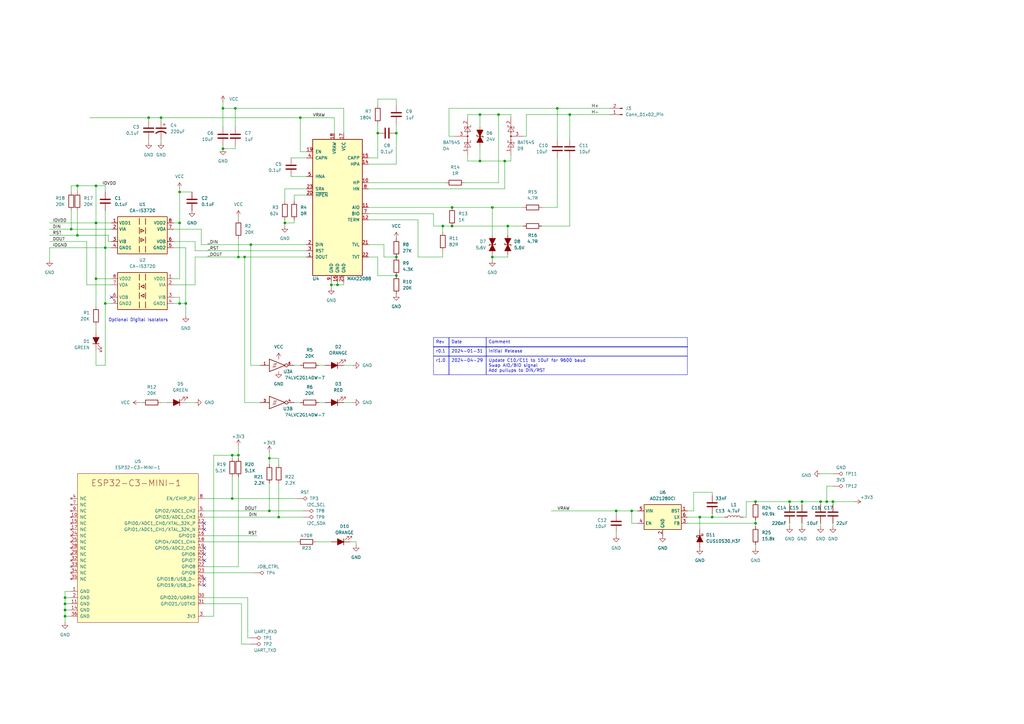
<source format=kicad_sch>
(kicad_sch (version 20250114) (generator "eeschema") (generator_version "9.0")
  (paper "A3")
  (title_block (title "HomeBus Breakout Board") (date "2024-04-29") (rev "r1.0") (company "Greg Davill <greg.davill@gmail.com>") (comment 1 "Based on MAX22088"))
  (text "Optional Digital Isolators" (at 44.45 132.08 0) (effects (font (size 1.27 1.27)) (justify left bottom)))
  (text_box "r0.1" (at 177.8 142.24 0) (size 6.35 3.81) (margins 0.9525 0.9525 0.9525 0.9525) (effects (font (size 1.27 1.27)) (justify left top)))
  (text_box "2024-04-29" (at 184.15 146.05 0) (size 15.24 7.62) (margins 0.9525 0.9525 0.9525 0.9525) (effects (font (size 1.27 1.27)) (justify left top)))
  (text_box "Initial Release" (at 199.39 142.24 0) (size 82.55 3.81) (margins 0.9525 0.9525 0.9525 0.9525) (effects (font (size 1.27 1.27)) (justify left top)))
  (text_box "Update C10/C11 to 10uF for 9600 baud\nSwap AIO/BIO signal\nAdd pullups to DIN/RST" (at 199.39 146.05 0) (size 82.55 7.62) (margins 0.9525 0.9525 0.9525 0.9525) (effects (font (size 1.27 1.27)) (justify left top)))
  (text_box "Comment" (at 199.39 138.43 0) (size 82.55 3.81) (margins 0.9525 0.9525 0.9525 0.9525) (effects (font (size 1.27 1.27)) (justify left top)))
  (text_box "Rev" (at 177.8 138.43 0) (size 6.35 3.81) (margins 0.9525 0.9525 0.9525 0.9525) (effects (font (size 1.27 1.27)) (justify left top)))
  (text_box "2024-01-31" (at 184.15 142.24 0) (size 15.24 3.81) (margins 0.9525 0.9525 0.9525 0.9525) (effects (font (size 1.27 1.27)) (justify left top)))
  (text_box "Date" (at 184.15 138.43 0) (size 15.24 3.81) (margins 0.9525 0.9525 0.9525 0.9525) (effects (font (size 1.27 1.27)) (justify left top)))
  (text_box "r1.0" (at 177.8 146.05 0) (size 6.35 7.62) (margins 0.9525 0.9525 0.9525 0.9525) (effects (font (size 1.27 1.27)) (justify left top)))
  (junction (at 76.2 124.46))
  (junction (at 73.66 91.44))
  (junction (at 135.89 116.84))
  (junction (at 185.42 92.71))
  (junction (at 26.67 250.19))
  (junction (at 201.93 105.41))
  (junction (at 91.44 44.45))
  (junction (at 287.02 212.09))
  (junction (at 26.67 245.11))
  (junction (at 123.19 48.26))
  (junction (at 201.93 85.09))
  (junction (at 196.85 46.99))
  (junction (at 138.43 116.84))
  (junction (at 252.73 209.55))
  (junction (at 233.68 46.99))
  (junction (at 39.37 76.2))
  (junction (at 29.21 93.98))
  (junction (at 91.44 60.96))
  (junction (at 204.47 46.99))
  (junction (at 341.63 205.74))
  (junction (at 73.66 124.46))
  (junction (at 26.67 252.73))
  (junction (at 31.75 96.52))
  (junction (at 97.79 105.41))
  (junction (at 102.87 100.33))
  (junction (at 208.28 92.71))
  (junction (at 26.67 247.65))
  (junction (at 259.08 209.55))
  (junction (at 110.49 187.96))
  (junction (at 309.88 205.74))
  (junction (at 60.96 48.26))
  (junction (at 116.84 91.44))
  (junction (at 39.37 91.44))
  (junction (at 96.52 44.45))
  (junction (at 31.75 76.2))
  (junction (at 292.1 212.09))
  (junction (at 95.25 186.69))
  (junction (at 162.56 54.61))
  (junction (at 162.56 113.03))
  (junction (at 309.88 214.63))
  (junction (at 73.66 78.74))
  (junction (at 336.55 205.74))
  (junction (at 43.18 124.46))
  (junction (at 323.85 205.74))
  (junction (at 39.37 114.3))
  (junction (at 181.61 92.71))
  (junction (at 207.01 66.04))
  (junction (at 100.33 105.41))
  (junction (at 95.25 204.47))
  (junction (at 66.04 48.26))
  (junction (at 185.42 85.09))
  (junction (at 196.85 66.04))
  (junction (at 162.56 105.41))
  (junction (at 114.3 212.09))
  (junction (at 110.49 209.55))
  (junction (at 328.93 205.74))
  (junction (at 97.79 186.69))
  (junction (at 154.94 54.61))
  (junction (at 228.6 44.45))
  (junction (at 339.09 205.74))
  (junction (at 43.18 101.6))
  (no_connect (at 45.72 121.92))
  (no_connect (at 83.82 224.79))
  (no_connect (at 83.82 227.33))
  (no_connect (at 83.82 214.63))
  (no_connect (at 83.82 240.03))
  (no_connect (at 83.82 217.17))
  (no_connect (at 83.82 229.87))
  (no_connect (at 83.82 237.49))
  (wire (pts (xy 341.63 205.74) (xy 339.09 205.74)))
  (wire (pts (xy 252.73 209.55) (xy 252.73 210.82)))
  (wire (pts (xy 233.68 64.77) (xy 233.68 92.71)))
  (wire (pts (xy 97.79 97.79) (xy 97.79 105.41)))
  (wire (pts (xy 106.68 149.86) (xy 102.87 149.86)))
  (wire (pts (xy 201.93 105.41) (xy 201.93 106.68)))
  (wire (pts (xy 82.55 100.33) (xy 82.55 93.98)))
  (wire (pts (xy 114.3 187.96) (xy 110.49 187.96)))
  (wire (pts (xy 99.06 247.65) (xy 99.06 264.16)))
  (wire (pts (xy 73.66 124.46) (xy 76.2 124.46)))
  (wire (pts (xy 228.6 85.09) (xy 228.6 64.77)))
  (wire (pts (xy 350.52 205.74) (xy 341.63 205.74)))
  (wire (pts (xy 196.85 66.04) (xy 207.01 66.04)))
  (wire (pts (xy 31.75 76.2) (xy 39.37 76.2)))
  (wire (pts (xy 120.65 165.1) (xy 123.19 165.1)))
  (wire (pts (xy 101.6 245.11) (xy 83.82 245.11)))
  (wire (pts (xy 259.08 214.63) (xy 259.08 209.55)))
  (wire (pts (xy 151.13 100.33) (xy 157.48 100.33)))
  (wire (pts (xy 20.32 96.52) (xy 31.75 96.52)))
  (wire (pts (xy 339.09 199.39) (xy 339.09 205.74)))
  (wire (pts (xy 101.6 261.62) (xy 101.6 245.11)))
  (wire (pts (xy 116.84 77.47) (xy 116.84 82.55)))
  (wire (pts (xy 323.85 214.63) (xy 323.85 215.9)))
  (wire (pts (xy 91.44 41.91) (xy 91.44 44.45)))
  (wire (pts (xy 143.51 222.25) (xy 146.05 222.25)))
  (wire (pts (xy 39.37 133.35) (xy 39.37 135.89)))
  (wire (pts (xy 26.67 250.19) (xy 26.67 252.73)))
  (wire (pts (xy 191.77 63.5) (xy 191.77 66.04)))
  (wire (pts (xy 39.37 91.44) (xy 45.72 91.44)))
  (wire (pts (xy 154.94 105.41) (xy 154.94 113.03)))
  (wire (pts (xy 292.1 201.93) (xy 292.1 203.2)))
  (wire (pts (xy 43.18 149.86) (xy 39.37 149.86)))
  (wire (pts (xy 44.45 99.06) (xy 45.72 99.06)))
  (wire (pts (xy 215.9 55.88) (xy 215.9 46.99)))
  (wire (pts (xy 226.06 209.55) (xy 252.73 209.55)))
  (wire (pts (xy 110.49 185.42) (xy 110.49 187.96)))
  (wire (pts (xy 336.55 214.63) (xy 336.55 215.9)))
  (wire (pts (xy 76.2 124.46) (xy 76.2 129.54)))
  (wire (pts (xy 43.18 76.2) (xy 43.18 78.74)))
  (wire (pts (xy 102.87 261.62) (xy 101.6 261.62)))
  (wire (pts (xy 162.56 43.18) (xy 162.56 40.64)))
  (wire (pts (xy 196.85 59.69) (xy 196.85 66.04)))
  (wire (pts (xy 116.84 91.44) (xy 120.65 91.44)))
  (wire (pts (xy 96.52 60.96) (xy 91.44 60.96)))
  (wire (pts (xy 204.47 46.99) (xy 209.55 46.99)))
  (wire (pts (xy 29.21 250.19) (xy 26.67 250.19)))
  (wire (pts (xy 186.69 55.88) (xy 184.15 55.88)))
  (wire (pts (xy 95.25 186.69) (xy 97.79 186.69)))
  (wire (pts (xy 29.21 245.11) (xy 26.67 245.11)))
  (wire (pts (xy 95.25 186.69) (xy 95.25 187.96)))
  (wire (pts (xy 100.33 105.41) (xy 100.33 165.1)))
  (wire (pts (xy 130.81 149.86) (xy 133.35 149.86)))
  (wire (pts (xy 99.06 264.16) (xy 102.87 264.16)))
  (wire (pts (xy 80.01 105.41) (xy 97.79 105.41)))
  (wire (pts (xy 281.94 209.55) (xy 284.48 209.55)))
  (wire (pts (xy 45.72 116.84) (xy 35.56 116.84)))
  (wire (pts (xy 151.13 67.31) (xy 162.56 67.31)))
  (wire (pts (xy 43.18 124.46) (xy 43.18 149.86)))
  (wire (pts (xy 151.13 77.47) (xy 207.01 77.47)))
  (wire (pts (xy 96.52 44.45) (xy 140.97 44.45)))
  (wire (pts (xy 196.85 46.99) (xy 196.85 52.07)))
  (wire (pts (xy 201.93 85.09) (xy 201.93 96.52)))
  (wire (pts (xy 91.44 59.69) (xy 91.44 60.96)))
  (wire (pts (xy 39.37 91.44) (xy 39.37 76.2)))
  (wire (pts (xy 154.94 64.77) (xy 151.13 64.77)))
  (wire (pts (xy 181.61 92.71) (xy 185.42 92.71)))
  (wire (pts (xy 29.21 247.65) (xy 26.67 247.65)))
  (wire (pts (xy 87.63 186.69) (xy 95.25 186.69)))
  (wire (pts (xy 281.94 214.63) (xy 309.88 214.63)))
  (wire (pts (xy 73.66 114.3) (xy 73.66 91.44)))
  (wire (pts (xy 76.2 101.6) (xy 76.2 124.46)))
  (wire (pts (xy 43.18 124.46) (xy 45.72 124.46)))
  (wire (pts (xy 20.32 101.6) (xy 43.18 101.6)))
  (wire (pts (xy 73.66 91.44) (xy 73.66 78.74)))
  (wire (pts (xy 309.88 205.74) (xy 323.85 205.74)))
  (wire (pts (xy 83.82 209.55) (xy 110.49 209.55)))
  (wire (pts (xy 191.77 46.99) (xy 196.85 46.99)))
  (wire (pts (xy 162.56 54.61) (xy 162.56 67.31)))
  (wire (pts (xy 306.07 205.74) (xy 306.07 212.09)))
  (wire (pts (xy 204.47 74.93) (xy 190.5 74.93)))
  (wire (pts (xy 120.65 80.01) (xy 120.65 82.55)))
  (wire (pts (xy 184.15 44.45) (xy 228.6 44.45)))
  (wire (pts (xy 110.49 209.55) (xy 124.46 209.55)))
  (wire (pts (xy 60.96 57.15) (xy 60.96 58.42)))
  (wire (pts (xy 306.07 212.09) (xy 304.8 212.09)))
  (wire (pts (xy 26.67 247.65) (xy 26.67 250.19)))
  (wire (pts (xy 140.97 115.57) (xy 140.97 116.84)))
  (wire (pts (xy 287.02 212.09) (xy 287.02 217.17)))
  (wire (pts (xy 137.16 54.61) (xy 137.16 48.26)))
  (wire (pts (xy 281.94 212.09) (xy 287.02 212.09)))
  (wire (pts (xy 66.04 165.1) (xy 68.58 165.1)))
  (wire (pts (xy 328.93 205.74) (xy 328.93 207.01)))
  (wire (pts (xy 261.62 214.63) (xy 259.08 214.63)))
  (wire (pts (xy 140.97 44.45) (xy 140.97 54.61)))
  (wire (pts (xy 39.37 125.73) (xy 39.37 114.3)))
  (wire (pts (xy 73.66 78.74) (xy 73.66 77.47)))
  (wire (pts (xy 287.02 212.09) (xy 292.1 212.09)))
  (wire (pts (xy 97.79 232.41) (xy 97.79 195.58)))
  (wire (pts (xy 146.05 222.25) (xy 146.05 223.52)))
  (wire (pts (xy 83.82 232.41) (xy 97.79 232.41)))
  (wire (pts (xy 154.94 113.03) (xy 162.56 113.03)))
  (wire (pts (xy 100.33 105.41) (xy 125.73 105.41)))
  (wire (pts (xy 215.9 46.99) (xy 233.68 46.99)))
  (wire (pts (xy 43.18 101.6) (xy 43.18 124.46)))
  (wire (pts (xy 71.12 114.3) (xy 73.66 114.3)))
  (wire (pts (xy 80.01 102.87) (xy 125.73 102.87)))
  (wire (pts (xy 151.13 105.41) (xy 154.94 105.41)))
  (wire (pts (xy 208.28 92.71) (xy 208.28 96.52)))
  (wire (pts (xy 130.81 165.1) (xy 133.35 165.1)))
  (wire (pts (xy 26.67 252.73) (xy 26.67 255.27)))
  (wire (pts (xy 228.6 44.45) (xy 250.19 44.45)))
  (wire (pts (xy 151.13 74.93) (xy 182.88 74.93)))
  (wire (pts (xy 284.48 201.93) (xy 292.1 201.93)))
  (wire (pts (xy 140.97 149.86) (xy 144.78 149.86)))
  (wire (pts (xy 259.08 209.55) (xy 261.62 209.55)))
  (wire (pts (xy 119.38 72.39) (xy 125.73 72.39)))
  (wire (pts (xy 204.47 46.99) (xy 204.47 74.93)))
  (wire (pts (xy 97.79 186.69) (xy 97.79 182.88)))
  (wire (pts (xy 309.88 223.52) (xy 309.88 224.79)))
  (wire (pts (xy 97.79 186.69) (xy 97.79 187.96)))
  (wire (pts (xy 71.12 121.92) (xy 73.66 121.92)))
  (wire (pts (xy 252.73 218.44) (xy 252.73 219.71)))
  (wire (pts (xy 138.43 115.57) (xy 138.43 116.84)))
  (wire (pts (xy 336.55 205.74) (xy 336.55 207.01)))
  (wire (pts (xy 29.21 78.74) (xy 29.21 76.2)))
  (wire (pts (xy 233.68 46.99) (xy 233.68 57.15)))
  (wire (pts (xy 162.56 40.64) (xy 154.94 40.64)))
  (wire (pts (xy 138.43 116.84) (xy 135.89 116.84)))
  (wire (pts (xy 292.1 210.82) (xy 292.1 212.09)))
  (wire (pts (xy 292.1 212.09) (xy 297.18 212.09)))
  (wire (pts (xy 110.49 187.96) (xy 110.49 190.5)))
  (wire (pts (xy 71.12 124.46) (xy 73.66 124.46)))
  (wire (pts (xy 71.12 101.6) (xy 76.2 101.6)))
  (wire (pts (xy 29.21 242.57) (xy 26.67 242.57)))
  (wire (pts (xy 83.82 212.09) (xy 114.3 212.09)))
  (wire (pts (xy 44.45 96.52) (xy 44.45 99.06)))
  (wire (pts (xy 120.65 91.44) (xy 120.65 90.17)))
  (wire (pts (xy 114.3 190.5) (xy 114.3 187.96)))
  (wire (pts (xy 208.28 104.14) (xy 208.28 105.41)))
  (wire (pts (xy 20.32 93.98) (xy 29.21 93.98)))
  (wire (pts (xy 341.63 214.63) (xy 341.63 215.9)))
  (wire (pts (xy 43.18 86.36) (xy 43.18 101.6)))
  (wire (pts (xy 80.01 116.84) (xy 71.12 116.84)))
  (wire (pts (xy 83.82 247.65) (xy 99.06 247.65)))
  (wire (pts (xy 119.38 64.77) (xy 125.73 64.77)))
  (wire (pts (xy 106.68 165.1) (xy 100.33 165.1)))
  (wire (pts (xy 323.85 205.74) (xy 323.85 207.01)))
  (wire (pts (xy 60.96 48.26) (xy 66.04 48.26)))
  (wire (pts (xy 31.75 76.2) (xy 31.75 78.74)))
  (wire (pts (xy 31.75 86.36) (xy 31.75 96.52)))
  (wire (pts (xy 129.54 222.25) (xy 135.89 222.25)))
  (wire (pts (xy 71.12 91.44) (xy 73.66 91.44)))
  (wire (pts (xy 191.77 48.26) (xy 191.77 46.99)))
  (wire (pts (xy 29.21 76.2) (xy 31.75 76.2)))
  (wire (pts (xy 26.67 242.57) (xy 26.67 245.11)))
  (wire (pts (xy 76.2 165.1) (xy 80.01 165.1)))
  (wire (pts (xy 39.37 91.44) (xy 39.37 114.3)))
  (wire (pts (xy 177.8 92.71) (xy 181.61 92.71)))
  (wire (pts (xy 185.42 92.71) (xy 208.28 92.71)))
  (wire (pts (xy 96.52 59.69) (xy 96.52 60.96)))
  (wire (pts (xy 66.04 49.53) (xy 66.04 48.26)))
  (wire (pts (xy 181.61 92.71) (xy 181.61 95.25)))
  (wire (pts (xy 228.6 44.45) (xy 228.6 57.15)))
  (wire (pts (xy 207.01 77.47) (xy 207.01 66.04)))
  (wire (pts (xy 135.89 115.57) (xy 135.89 116.84)))
  (wire (pts (xy 116.84 91.44) (xy 116.84 90.17)))
  (wire (pts (xy 185.42 85.09) (xy 201.93 85.09)))
  (wire (pts (xy 339.09 205.74) (xy 336.55 205.74)))
  (wire (pts (xy 306.07 205.74) (xy 309.88 205.74)))
  (wire (pts (xy 208.28 105.41) (xy 201.93 105.41)))
  (wire (pts (xy 207.01 66.04) (xy 209.55 66.04)))
  (wire (pts (xy 66.04 48.26) (xy 123.19 48.26)))
  (wire (pts (xy 20.32 91.44) (xy 39.37 91.44)))
  (wire (pts (xy 26.67 245.11) (xy 26.67 247.65)))
  (wire (pts (xy 114.3 212.09) (xy 124.46 212.09)))
  (wire (pts (xy 125.73 80.01) (xy 120.65 80.01)))
  (wire (pts (xy 114.3 198.12) (xy 114.3 212.09)))
  (wire (pts (xy 123.19 62.23) (xy 123.19 48.26)))
  (wire (pts (xy 151.13 87.63) (xy 177.8 87.63)))
  (wire (pts (xy 154.94 40.64) (xy 154.94 43.18)))
  (wire (pts (xy 97.79 88.9) (xy 97.79 90.17)))
  (wire (pts (xy 83.82 222.25) (xy 121.92 222.25)))
  (wire (pts (xy 252.73 209.55) (xy 259.08 209.55)))
  (wire (pts (xy 97.79 105.41) (xy 100.33 105.41)))
  (wire (pts (xy 154.94 54.61) (xy 154.94 64.77)))
  (wire (pts (xy 83.82 219.71) (xy 105.41 219.71)))
  (wire (pts (xy 116.84 92.71) (xy 116.84 91.44)))
  (wire (pts (xy 60.96 49.53) (xy 60.96 48.26)))
  (wire (pts (xy 140.97 116.84) (xy 138.43 116.84)))
  (wire (pts (xy 233.68 46.99) (xy 250.19 46.99)))
  (wire (pts (xy 73.66 78.74) (xy 78.74 78.74)))
  (wire (pts (xy 82.55 93.98) (xy 71.12 93.98)))
  (wire (pts (xy 177.8 87.63) (xy 177.8 92.71)))
  (wire (pts (xy 91.44 52.07) (xy 91.44 44.45)))
  (wire (pts (xy 29.21 252.73) (xy 26.67 252.73)))
  (wire (pts (xy 95.25 204.47) (xy 95.25 195.58)))
  (wire (pts (xy 83.82 252.73) (xy 87.63 252.73)))
  (wire (pts (xy 157.48 105.41) (xy 162.56 105.41)))
  (wire (pts (xy 39.37 143.51) (xy 39.37 149.86)))
  (wire (pts (xy 154.94 54.61) (xy 154.94 50.8)))
  (wire (pts (xy 328.93 205.74) (xy 336.55 205.74)))
  (wire (pts (xy 82.55 100.33) (xy 102.87 100.33)))
  (wire (pts (xy 39.37 76.2) (xy 43.18 76.2)))
  (wire (pts (xy 196.85 46.99) (xy 204.47 46.99)))
  (wire (pts (xy 36.83 48.26) (xy 60.96 48.26)))
  (wire (pts (xy 171.45 90.17) (xy 171.45 105.41)))
  (wire (pts (xy 83.82 234.95) (xy 104.14 234.95)))
  (wire (pts (xy 110.49 198.12) (xy 110.49 209.55)))
  (wire (pts (xy 323.85 205.74) (xy 328.93 205.74)))
  (wire (pts (xy 102.87 100.33) (xy 125.73 100.33)))
  (wire (pts (xy 201.93 104.14) (xy 201.93 105.41)))
  (wire (pts (xy 87.63 186.69) (xy 87.63 252.73)))
  (wire (pts (xy 80.01 102.87) (xy 80.01 99.06)))
  (wire (pts (xy 95.25 204.47) (xy 121.92 204.47)))
  (wire (pts (xy 214.63 55.88) (xy 215.9 55.88)))
  (wire (pts (xy 125.73 62.23) (xy 123.19 62.23)))
  (wire (pts (xy 341.63 205.74) (xy 341.63 207.01)))
  (wire (pts (xy 336.55 194.31) (xy 341.63 194.31)))
  (wire (pts (xy 35.56 99.06) (xy 20.32 99.06)))
  (wire (pts (xy 208.28 92.71) (xy 214.63 92.71)))
  (wire (pts (xy 29.21 93.98) (xy 45.72 93.98)))
  (wire (pts (xy 96.52 52.07) (xy 96.52 44.45)))
  (wire (pts (xy 209.55 66.04) (xy 209.55 63.5)))
  (wire (pts (xy 29.21 86.36) (xy 29.21 93.98)))
  (wire (pts (xy 31.75 96.52) (xy 44.45 96.52)))
  (wire (pts (xy 341.63 199.39) (xy 339.09 199.39)))
  (wire (pts (xy 140.97 165.1) (xy 144.78 165.1)))
  (wire (pts (xy 162.56 54.61) (xy 162.56 50.8)))
  (wire (pts (xy 20.32 101.6) (xy 20.32 106.68)))
  (wire (pts (xy 328.93 214.63) (xy 328.93 215.9)))
  (wire (pts (xy 102.87 100.33) (xy 102.87 149.86)))
  (polyline (pts (xy 177.8 142.24) (xy 281.94 142.24)) (stroke (width 0.3)))
  (wire (pts (xy 171.45 90.17) (xy 151.13 90.17)))
  (wire (pts (xy 171.45 105.41) (xy 181.61 105.41)))
  (wire (pts (xy 201.93 85.09) (xy 214.63 85.09)))
  (wire (pts (xy 222.25 92.71) (xy 233.68 92.71)))
  (wire (pts (xy 73.66 121.92) (xy 73.66 124.46)))
  (wire (pts (xy 151.13 85.09) (xy 185.42 85.09)))
  (wire (pts (xy 309.88 214.63) (xy 309.88 215.9)))
  (wire (pts (xy 45.72 114.3) (xy 39.37 114.3)))
  (wire (pts (xy 209.55 46.99) (xy 209.55 48.26)))
  (wire (pts (xy 191.77 66.04) (xy 196.85 66.04)))
  (wire (pts (xy 66.04 57.15) (xy 66.04 58.42)))
  (wire (pts (xy 80.01 105.41) (xy 80.01 116.84)))
  (wire (pts (xy 157.48 100.33) (xy 157.48 105.41)))
  (wire (pts (xy 135.89 116.84) (xy 135.89 118.11)))
  (wire (pts (xy 222.25 85.09) (xy 228.6 85.09)))
  (wire (pts (xy 125.73 77.47) (xy 116.84 77.47)))
  (wire (pts (xy 96.52 44.45) (xy 91.44 44.45)))
  (wire (pts (xy 35.56 116.84) (xy 35.56 99.06)))
  (wire (pts (xy 123.19 48.26) (xy 137.16 48.26)))
  (wire (pts (xy 57.15 165.1) (xy 58.42 165.1)))
  (wire (pts (xy 184.15 55.88) (xy 184.15 44.45)))
  (wire (pts (xy 83.82 204.47) (xy 95.25 204.47)))
  (wire (pts (xy 120.65 149.86) (xy 123.19 149.86)))
  (wire (pts (xy 80.01 99.06) (xy 71.12 99.06)))
  (wire (pts (xy 45.72 101.6) (xy 43.18 101.6)))
  (wire (pts (xy 309.88 213.36) (xy 309.88 214.63)))
  (wire (pts (xy 284.48 209.55) (xy 284.48 201.93)))
  (wire (pts (xy 181.61 105.41) (xy 181.61 102.87)))
  (label "IOVDD" (at 41.91 76.2 0))
  (label "_DIN" (at 85.09 100.33 0))
  (label "DOUT" (at 21.59 99.06 0))
  (label "IOVDD" (at 21.59 91.44 0))
  (label "RST" (at 105.41 219.71 180))
  (label "DIN" (at 21.59 93.98 0))
  (label "RST" (at 21.59 96.52 0))
  (label "VRAW" (at 228.6 209.55 0))
  (label "IOGND" (at 21.59 101.6 0))
  (label "DOUT" (at 105.41 209.55 180))
  (label "DIN" (at 105.41 212.09 180))
  (label "H+" (at 242.57 44.45 0))
  (label "H-" (at 242.57 46.99 0))
  (label "VRAW" (at 128.27 48.26 0))
  (label "_RST" (at 85.09 102.87 0))
  (label "_DOUT" (at 85.09 105.41 0))
  (symbol (lib_id "power:GND") (at 252.73 219.71 0) (mirror y) (unit 1)
    (property "Reference" "#PWR026" (effects (hide yes)))
    (property "Value" "GND" (at 252.73 224.79 0))
  )
  (symbol (lib_id "Device:C") (at 252.73 214.63 0) (unit 1)
    (property "Reference" "C12" (at 248.92 213.36 0) (effects (justify right)))
    (property "Value" "10uF" (at 248.92 215.9 0) (effects (justify right)))
    (property "Footprint" "Capacitor_SMD:C_0603_1608Metric" (effects (hide yes)))
    (property "LCSC" "C15850" (effects (hide yes)))
  )
  (symbol (lib_id "power:GND") (at 336.55 215.9 0) (mirror y) (unit 1)
    (property "Reference" "#PWR0102" (effects (hide yes)))
    (property "Value" "GND" (at 336.55 220.98 0))
  )
  (symbol (lib_id "power:GND") (at 287.02 224.79 0) (mirror y) (unit 1)
    (property "Reference" "#PWR028" (effects (hide yes)))
    (property "Value" "GND" (at 287.02 229.87 0))
  )
  (symbol (lib_id "power:GND") (at 146.05 223.52 0) (unit 1)
    (property "Reference" "#PWR022" (effects (hide yes)))
    (property "Value" "GND" (at 146.05 228.6 0))
  )
  (symbol (lib_id "Device:C") (at 158.75 54.61 270) (mirror x) (unit 1)
    (property "Reference" "C8" (at 158.75 59.69 90))
    (property "Value" "0.1uF" (at 158.75 62.23 90))
    (property "Footprint" "Capacitor_SMD:C_0402_1005Metric" (effects (hide yes)))
    (property "LCSC" "C1525" (effects (hide yes)))
  )
  (symbol (lib_id "power:GND") (at 341.63 215.9 0) (mirror y) (unit 1)
    (property "Reference" "#PWR031" (effects (hide yes)))
    (property "Value" "GND" (at 341.63 220.98 0))
  )
  (symbol (lib_id "power:GND") (at 144.78 149.86 90) (unit 1)
    (property "Reference" "#PWR015" (effects (hide yes)))
    (property "Value" "GND" (at 148.59 149.86 90) (effects (justify right)))
  )
  (symbol (lib_id "Device:R") (at 162.56 109.22 180) (unit 1)
    (property "Reference" "R9" (at 165.1 107.95 0) (effects (justify right)))
    (property "Value" "4.3K" (at 165.1 110.49 0) (effects (justify right)))
    (property "Footprint" "Resistor_SMD:R_0402_1005Metric" (effects (hide yes)))
    (property "LCSC" "C25899" (effects (hide yes)))
  )
  (symbol (lib_id "Connector:Conn_01x02_Pin") (at 255.27 46.99 180) (unit 1)
    (property "Reference" "J3" (at 256.54 44.4499 0) (effects (justify right)))
    (property "Value" "Conn_01x02_Pin" (at 256.54 46.9899 0) (effects (justify right)))
    (property "Footprint" "Connector_PinHeader_2.54mm:PinHeader_1x02_P2.54mm_Horizontal" (effects (hide yes)))
    (property "Description" "Generic connector, single row, 01x02, script generated" (effects (hide yes)))
  )
  (symbol (lib_id "Device:C") (at 96.52 55.88 0) (unit 1)
    (property "Reference" "C7" (at 100.33 54.61 0) (effects (justify left)))
    (property "Value" "1uF" (at 100.33 57.15 0) (effects (justify left)))
    (property "Footprint" "Capacitor_SMD:C_0402_1005Metric" (effects (hide yes)))
    (property "LCSC" "C52923" (effects (hide yes)))
  )
  (symbol (lib_id "power:GND") (at 116.84 92.71 0) (unit 1)
    (property "Reference" "#PWR07" (effects (hide yes)))
    (property "Value" "GND" (at 116.84 97.79 0))
  )
  (symbol (lib_id "Device:LED_Filled") (at 72.39 165.1 180) (unit 1)
    (property "Reference" "D5" (at 73.9775 157.48 0))
    (property "Value" "GREEN" (at 73.9775 160.02 0))
    (property "Footprint" "LED_SMD:LED_0402_1005Metric" (effects (hide yes)))
    (property "LCSC" "C165980" (effects (hide yes)))
  )
  (symbol (lib_id "Connector:TestPoint_Alt") (at 104.14 234.95 270) (unit 1) (in_bom no)
    (property "Reference" "TP4" (at 109.22 234.95 90) (effects (justify left)))
    (property "Value" "JDB_CTRL" (at 105.41 232.41 90) (effects (justify left)))
    (property "Footprint" "TestPoint:TestPoint_Pad_D1.0mm" (effects (hide yes)))
  )
  (symbol (lib_id "Device:R") (at 127 149.86 270) (unit 1)
    (property "Reference" "R5" (at 127 143.51 90))
    (property "Value" "20K" (at 127 146.05 90))
    (property "Footprint" "Resistor_SMD:R_0402_1005Metric" (effects (hide yes)))
    (property "LCSC" "C25765" (effects (hide yes)))
  )
  (symbol (lib_id "Device:C") (at 119.38 68.58 0) (mirror y) (unit 1)
    (property "Reference" "C5" (at 115.57 67.31 0) (effects (justify left)))
    (property "Value" "0.1uF" (at 115.57 69.85 0) (effects (justify left)))
    (property "Footprint" "Capacitor_SMD:C_0402_1005Metric" (effects (hide yes)))
    (property "LCSC" "C1525" (effects (hide yes)))
  )
  (symbol (lib_id "Device:R") (at 39.37 129.54 180) (unit 1)
    (property "Reference" "R1" (at 36.83 128.27 0) (effects (justify left)))
    (property "Value" "20K" (at 36.83 130.81 0) (effects (justify left)))
    (property "Footprint" "Resistor_SMD:R_0402_1005Metric" (effects (hide yes)))
    (property "LCSC" "C25765" (effects (hide yes)))
  )
  (symbol (lib_id "power:VCC") (at 91.44 41.91 0) (mirror y) (unit 1)
    (property "Reference" "#PWR012" (effects (hide yes)))
    (property "Value" "VCC" (at 93.98 40.6399 0) (effects (justify right)))
  )
  (symbol (lib_id "Device:D_TVS_Filled") (at 208.28 100.33 270) (unit 1)
    (property "Reference" "D8" (at 210.82 99.06 90) (effects (justify left)))
    (property "Value" "5.6V" (at 210.82 101.6 90) (effects (justify left)))
    (property "Footprint" "Diode_SMD:D_SOD-923" (effects (hide yes)))
    (property "LCSC" "C151980" (effects (hide yes)))
  )
  (symbol (lib_id "power:VCC") (at 73.66 77.47 0) (unit 1)
    (property "Reference" "#PWR01" (effects (hide yes)))
    (property "Value" "VCC" (at 73.66 72.39 0))
  )
  (symbol (lib_id "Device:C") (at 162.56 46.99 0) (mirror y) (unit 1)
    (property "Reference" "C9" (at 166.37 45.72 0) (effects (justify right)))
    (property "Value" "1uF" (at 166.37 48.26 0) (effects (justify right)))
    (property "Footprint" "Capacitor_SMD:C_0402_1005Metric" (effects (hide yes)))
    (property "LCSC" "C52923" (effects (hide yes)))
  )
  (symbol (lib_id "Device:R") (at 120.65 86.36 0) (unit 1)
    (property "Reference" "R4" (at 123.19 85.09 0) (effects (justify left)))
    (property "Value" "0R" (at 123.19 87.63 0) (effects (justify left)))
    (property "Footprint" "Resistor_SMD:R_0402_1005Metric" (effects (hide yes)))
    (property "LCSC" "C60485" (effects (hide yes)))
  )
  (symbol (lib_id "Device:R") (at 116.84 86.36 0) (unit 1)
    (property "Reference" "R3" (at 114.3 85.0899 0) (effects (justify right)))
    (property "Value" "62k" (at 114.3 87.6299 0) (effects (justify right)))
    (property "Footprint" "Resistor_SMD:R_0402_1005Metric" (effects (hide yes)))
    (property "LCSC" "C37825" (effects (hide yes)))
  )
  (symbol (lib_id "Device:D_TVS_Filled") (at 201.93 100.33 90) (mirror x) (unit 1)
    (property "Reference" "D7" (at 199.39 99.06 90) (effects (justify left)))
    (property "Value" "5.6V" (at 199.39 101.6 90) (effects (justify left)))
    (property "Footprint" "Diode_SMD:D_SOD-923" (effects (hide yes)))
    (property "LCSC" "C151980" (effects (hide yes)))
  )
  (symbol (lib_id "power:GND") (at 20.32 106.68 0) (unit 1)
    (property "Reference" "#PWR04" (effects (hide yes)))
    (property "Value" "GND" (at 20.32 111.76 0))
  )
  (symbol (lib_id "Device:R") (at 127 165.1 270) (unit 1)
    (property "Reference" "R6" (at 127 158.75 90))
    (property "Value" "20K" (at 127 161.29 90))
    (property "Footprint" "Resistor_SMD:R_0402_1005Metric" (effects (hide yes)))
    (property "LCSC" "C25765" (effects (hide yes)))
  )
  (symbol (lib_id "power:VCC") (at 97.79 88.9 0) (unit 1)
    (property "Reference" "#PWR05" (effects (hide yes)))
    (property "Value" "VCC" (at 97.79 83.82 0))
  )
  (symbol (lib_id "Device:R") (at 97.79 93.98 0) (unit 1)
    (property "Reference" "R2" (at 100.33 92.71 0) (effects (justify left)))
    (property "Value" "20K" (at 100.33 95.25 0) (effects (justify left)))
    (property "Footprint" "Resistor_SMD:R_0402_1005Metric" (effects (hide yes)))
    (property "LCSC" "C25765" (effects (hide yes)))
  )
  (symbol (lib_id "Device:C") (at 60.96 53.34 0) (mirror y) (unit 1)
    (property "Reference" "C3" (at 57.15 52.07 0) (effects (justify left)))
    (property "Value" "0.1uF" (at 57.15 54.61 0) (effects (justify left)))
    (property "Footprint" "Capacitor_SMD:C_0402_1005Metric" (effects (hide yes)))
    (property "LCSC" "C1525" (effects (hide yes)))
  )
  (symbol (lib_id "Connector:TestPoint_Alt") (at 124.46 209.55 270) (unit 1) (in_bom no)
    (property "Reference" "TP8" (at 129.54 209.55 90) (effects (justify left)))
    (property "Value" "I2C_SCL" (at 125.73 207.01 90) (effects (justify left)))
    (property "Footprint" "TestPoint:TestPoint_Pad_D1.0mm" (effects (hide yes)))
  )
  (symbol (lib_id "Device:LED_Filled") (at 137.16 165.1 180) (unit 1)
    (property "Reference" "D3" (at 138.7475 157.48 0))
    (property "Value" "RED" (at 138.7475 160.02 0))
    (property "Footprint" "LED_SMD:LED_0402_1005Metric" (effects (hide yes)))
    (property "LCSC" "C165980" (effects (hide yes)))
  )
  (symbol (lib_id "Device:C") (at 228.6 60.96 0) (mirror x) (unit 1)
    (property "Reference" "C10" (at 224.79 59.6899 0) (effects (justify right)))
    (property "Value" "10uF" (at 224.79 62.2299 0) (effects (justify right)))
    (property "Footprint" "Capacitor_SMD:C_0402_1005Metric" (effects (hide yes)))
    (property "LCSC" "C15525" (effects (hide yes)))
  )
  (symbol (lib_id "Device:R") (at 309.88 219.71 0) (mirror y) (unit 1)
    (property "Reference" "R25" (at 312.42 218.44 0) (effects (justify right)))
    (property "Value" "15.8k" (at 312.42 220.98 0) (effects (justify right)))
    (property "Footprint" "Resistor_SMD:R_0402_1005Metric" (effects (hide yes)))
    (property "LCSC" "C26956" (effects (hide yes)))
  )
  (symbol (lib_id "Device:R") (at 95.25 191.77 0) (mirror y) (unit 1)
    (property "Reference" "R19" (at 92.71 190.5 0) (effects (justify left)))
    (property "Value" "5.1K" (at 92.71 193.04 0) (effects (justify left)))
    (property "Footprint" "Resistor_SMD:R_0402_1005Metric" (effects (hide yes)))
    (property "LCSC" "C25905" (effects (hide yes)))
  )
  (symbol (lib_id "power:GND") (at 162.56 120.65 0) (unit 1)
    (property "Reference" "#PWR018" (effects (hide yes)))
    (property "Value" "GND" (at 162.56 125.73 0))
  )
  (symbol (lib_id "power:GND") (at 60.96 58.42 0) (unit 1)
    (property "Reference" "#PWR06" (effects (hide yes)))
    (property "Value" "GND" (at 60.96 63.5 0))
  )
  (symbol (lib_id "power:GND") (at 114.3 152.4 0) (unit 1)
    (property "Reference" "#PWR010" (effects (hide yes)))
    (property "Value" "GND" (at 114.3 157.48 0))
  )
  (symbol (lib_id "Device:C") (at 336.55 210.82 0) (unit 1)
    (property "Reference" "C16" (at 332.74 208.28 0) (effects (justify left)))
    (property "Value" "10uF" (at 330.835 214.63 0) (effects (justify left)))
    (property "Footprint" "Capacitor_SMD:C_0603_1608Metric" (effects (hide yes)))
    (property "LCSC" "C19702" (effects (hide yes)))
  )
  (symbol (lib_id "Device:C") (at 292.1 207.01 180) (unit 1)
    (property "Reference" "C13" (at 293.37 209.55 0) (effects (justify right)))
    (property "Value" "33nF" (at 293.37 204.47 0) (effects (justify right)))
    (property "Footprint" "Capacitor_SMD:C_0402_1005Metric" (effects (hide yes)))
    (property "LCSC" "C106862" (effects (hide yes)))
  )
  (symbol (lib_id "power:GND") (at 76.2 129.54 0) (unit 1)
    (property "Reference" "#PWR02" (effects (hide yes)))
    (property "Value" "GND" (at 76.2 134.62 0))
  )
  (symbol (lib_id "power:GND") (at 80.01 165.1 90) (unit 1)
    (property "Reference" "#PWR021" (effects (hide yes)))
    (property "Value" "GND" (at 83.82 165.1 90) (effects (justify right)))
  )
  (symbol (lib_id "power:GND") (at 78.74 86.36 0) (unit 1)
    (property "Reference" "#PWR03" (effects (hide yes)))
    (property "Value" "GND" (at 78.74 91.44 0))
  )
  (symbol (lib_id "power:GND") (at 271.78 219.71 0) (mirror y) (unit 1)
    (property "Reference" "#PWR027" (effects (hide yes)))
    (property "Value" "GND" (at 271.78 224.79 0))
  )
  (symbol (lib_id "Device:R") (at 154.94 46.99 180) (unit 1)
    (property "Reference" "R7" (at 152.4 45.72 0) (effects (justify left)))
    (property "Value" "180k" (at 152.4 48.26 0) (effects (justify left)))
    (property "Footprint" "Resistor_SMD:R_0402_1005Metric" (effects (hide yes)))
    (property "LCSC" "C25760" (effects (hide yes)))
  )
  (symbol (lib_id "power:GND") (at 66.04 58.42 0) (unit 1)
    (property "Reference" "#PWR08" (effects (hide yes)))
    (property "Value" "GND" (at 66.04 63.5 0))
  )
  (symbol (lib_id "Diode:BAT54S") (at 191.77 55.88 270) (mirror x) (unit 1)
    (property "Reference" "D4" (at 181.61 60.96 90) (effects (justify left)))
    (property "Value" "BAT54S" (at 181.61 58.42 90) (effects (justify left)))
    (property "Footprint" "Package_TO_SOT_SMD:SOT-23" (effects (hide yes)))
    (property "Datasheet" "https://www.diodes.com/assets/Datasheets/ds11005.pdf" (effects (hide yes)))
    (property "LCSC" "C916425" (effects (hide yes)))
  )
  (symbol (lib_id "74xGxx:74LVC2G14") (at 114.3 165.1 0) (unit 2)
    (property "Reference" "U3" (at 118.11 167.64 0))
    (property "Value" "74LVC2G14DW-7" (at 116.84 170.18 0) (effects (justify left)))
    (property "Footprint" "Package_TO_SOT_SMD:SOT-363_SC-70-6" (effects (hide yes)))
    (property "Datasheet" "https://www.ti.com/lit/ds/symlink/sn74lvc2g14.pdf" (effects (hide yes)))
    (property "LCSC" "C362110" (effects (hide yes)))
  )
  (symbol (lib_id "Device:C") (at 341.63 210.82 0) (unit 1)
    (property "Reference" "C17" (at 337.82 208.28 0) (effects (justify left)))
    (property "Value" "22uF" (at 342.9 214.63 0) (effects (justify left)))
    (property "Footprint" "Capacitor_SMD:C_0603_1608Metric" (effects (hide yes)))
    (property "LCSC" "C59461" (effects (hide yes)))
  )
  (symbol (lib_id "Device:R") (at 125.73 222.25 270) (mirror x) (unit 1)
    (property "Reference" "R23" (at 125.73 224.79 90))
    (property "Value" "470R" (at 125.73 219.71 90))
    (property "Footprint" "Resistor_SMD:R_0402_1005Metric" (effects (hide yes)))
    (property "LCSC" "C25117" (effects (hide yes)))
  )
  (symbol (lib_id "Isolator:ADuM1200WU") (at 58.42 119.38 0) (mirror y) (unit 1)
    (property "Reference" "U2" (at 58.42 106.68 0))
    (property "Value" "CA-IS3720" (at 58.42 109.22 0))
    (property "Footprint" "Package_SO:SOIC-8_3.9x4.9mm_P1.27mm" (effects (hide yes)))
    (property "Datasheet" "https://datasheet.lcsc.com/lcsc/2304140030_Chipanalog-CA-IS3721HS_C428884.pdf" (effects (hide yes)))
    (property "LCSC" "C428882" (effects (hide yes)))
  )
  (symbol (lib_id "daikin-esp:MAX22088") (at 138.43 83.82 0) (unit 1)
    (property "Reference" "U4" (at 129.54 114.3 0))
    (property "Value" "MAX22088" (at 147.32 114.3 0))
    (property "Footprint" "Package_DFN_QFN:QFN-24-1EP_4x4mm_P0.5mm_EP2.6x2.6mm" (effects (hide yes)))
    (property "LCSC" "C5258925" (effects (hide yes)))
  )
  (symbol (lib_id "power:VCC") (at 162.56 97.79 0) (unit 1)
    (property "Reference" "#PWR017" (effects (hide yes)))
    (property "Value" "VCC" (at 162.56 92.71 0))
  )
  (symbol (lib_id "Regulator_Switching:AOZ1280CI") (at 271.78 212.09 0) (unit 1)
    (property "Reference" "U6" (at 271.78 201.93 0))
    (property "Value" "AOZ1280CI" (at 271.78 204.47 0))
    (property "Footprint" "Package_TO_SOT_SMD:SOT-23-6" (effects (hide yes)))
    (property "Datasheet" "http://aosmd.com/res/data_sheets/AOZ1280CI.pdf" (effects (hide yes)))
    (property "LCSC" "C41240" (effects (hide yes)))
  )
  (symbol (lib_id "power:GND") (at 91.44 60.96 0) (mirror y) (unit 1)
    (property "Reference" "#PWR013" (effects (hide yes)))
    (property "Value" "GND" (at 91.44 66.04 0))
  )
  (symbol (lib_id "Device:LED_Filled") (at 137.16 149.86 180) (unit 1)
    (property "Reference" "D2" (at 138.7475 142.24 0))
    (property "Value" "ORANGE" (at 138.7475 144.78 0))
    (property "Footprint" "LED_SMD:LED_0402_1005Metric" (effects (hide yes)))
    (property "LCSC" "C165980" (effects (hide yes)))
  )
  (symbol (lib_id "Device:R") (at 181.61 99.06 180) (unit 1)
    (property "Reference" "R11" (at 184.15 97.79 0) (effects (justify right)))
    (property "Value" "82R" (at 184.15 100.33 0) (effects (justify right)))
    (property "Footprint" "Resistor_SMD:R_0402_1005Metric" (effects (hide yes)))
    (property "LCSC" "C2909389" (effects (hide yes)))
  )
  (symbol (lib_id "power:VCC") (at 114.3 147.32 0) (unit 1)
    (property "Reference" "#PWR09" (effects (hide yes)))
    (property "Value" "VCC" (at 114.3 142.24 0))
  )
  (symbol (lib_id "Device:R") (at 185.42 88.9 180) (unit 1)
    (property "Reference" "R13" (at 187.96 87.63 0) (effects (justify right)))
    (property "Value" "1K" (at 187.96 90.17 0) (effects (justify right)))
    (property "Footprint" "Resistor_SMD:R_0402_1005Metric" (effects (hide yes)))
    (property "LCSC" "C11702" (effects (hide yes)))
  )
  (symbol (lib_id "Device:C") (at 91.44 55.88 0) (mirror y) (unit 1)
    (property "Reference" "C6" (at 87.63 54.61 0) (effects (justify left)))
    (property "Value" "10uF" (at 87.63 57.15 0) (effects (justify left)))
    (property "Footprint" "Capacitor_SMD:C_0402_1005Metric" (effects (hide yes)))
    (property "LCSC" "C15525" (effects (hide yes)))
  )
  (symbol (lib_id "Device:R") (at 218.44 92.71 90) (unit 1)
    (property "Reference" "R16" (at 218.44 96.52 90))
    (property "Value" "4.7R" (at 218.44 99.06 90))
    (property "Footprint" "Resistor_SMD:R_0603_1608Metric" (effects (hide yes)))
    (property "LCSC" "C137705" (effects (hide yes)))
  )
  (symbol (lib_id "power:+3V3") (at 110.49 185.42 0) (mirror y) (unit 1)
    (property "Reference" "#PWR011" (effects (hide yes)))
    (property "Value" "+3V3" (at 110.4138 181.5846 0))
  )
  (symbol (lib_id "Connector:TestPoint_Alt") (at 102.87 261.62 270) (unit 1) (in_bom no)
    (property "Reference" "TP1" (at 107.95 261.62 90) (effects (justify left)))
    (property "Value" "UART_RXD" (at 104.14 259.08 90) (effects (justify left)))
    (property "Footprint" "TestPoint:TestPoint_Pad_D1.0mm" (effects (hide yes)))
  )
  (symbol (lib_id "power:VCC") (at 57.15 165.1 90) (unit 1)
    (property "Reference" "#PWR019" (effects (hide yes)))
    (property "Value" "VCC" (at 53.34 165.1 90) (effects (justify left)))
  )
  (symbol (lib_id "Device:C") (at 328.93 210.82 0) (unit 1)
    (property "Reference" "C15" (at 327.66 208.28 0) (effects (justify right)))
    (property "Value" "220nF" (at 322.58 214.63 0) (effects (justify right)))
    (property "Footprint" "Capacitor_SMD:C_0402_1005Metric" (effects (hide yes)))
    (property "LCSC" "C16772" (effects (hide yes)))
  )
  (symbol (lib_id "Device:L") (at 300.99 212.09 90) (unit 1)
    (property "Reference" "L1" (at 300.99 207.01 90))
    (property "Value" "4.7uF" (at 300.99 209.55 90))
    (property "Footprint" "Inductor_SMD:L_0805_2012Metric" (effects (hide yes)))
    (property "LCSC" "C63166" (effects (hide yes)))
  )
  (symbol (lib_id "Device:C") (at 233.68 60.96 180) (unit 1)
    (property "Reference" "C11" (at 237.49 59.69 0) (effects (justify right)))
    (property "Value" "10uF" (at 237.49 62.23 0) (effects (justify right)))
    (property "Footprint" "Capacitor_SMD:C_0402_1005Metric" (effects (hide yes)))
    (property "LCSC" "C15525" (effects (hide yes)))
  )
  (symbol (lib_id "Device:C") (at 43.18 82.55 0) (unit 1)
    (property "Reference" "C1" (at 46.99 81.28 0) (effects (justify left)))
    (property "Value" "0.1uF" (at 46.99 83.82 0) (effects (justify left)))
    (property "Footprint" "Capacitor_SMD:C_0402_1005Metric" (effects (hide yes)))
    (property "LCSC" "C1525" (effects (hide yes)))
  )
  (symbol (lib_id "power:GND") (at 144.78 165.1 90) (unit 1)
    (property "Reference" "#PWR016" (effects (hide yes)))
    (property "Value" "GND" (at 148.59 165.1 90) (effects (justify right)))
  )
  (symbol (lib_id "power:GND") (at 26.67 255.27 0) (mirror y) (unit 1)
    (property "Reference" "#PWR0101" (effects (hide yes)))
    (property "Value" "GND" (at 26.67 260.35 0))
  )
  (symbol (lib_id "power:GND") (at 323.85 215.9 0) (mirror y) (unit 1)
    (property "Reference" "#PWR0124" (effects (hide yes)))
    (property "Value" "GND" (at 323.85 220.98 0))
  )
  (symbol (lib_id "Device:D_Schottky_Filled") (at 287.02 220.98 270) (unit 1)
    (property "Reference" "D11" (at 289.56 219.3925 90) (effects (justify left)))
    (property "Value" "CUS10S30,H3F" (at 289.56 221.9325 90) (effects (justify left)))
    (property "Footprint" "Diode_SMD:D_SOD-523" (effects (hide yes)))
    (property "LCSC" "C8523" (effects (hide yes)))
  )
  (symbol (lib_id "Connector:TestPoint_Alt") (at 102.87 264.16 270) (unit 1) (in_bom no)
    (property "Reference" "TP2" (at 107.95 264.16 90) (effects (justify left)))
    (property "Value" "UART_TXD" (at 104.14 266.7 90) (effects (justify left)))
    (property "Footprint" "TestPoint:TestPoint_Pad_D1.0mm" (effects (hide yes)))
  )
  (symbol (lib_id "Connector:TestPoint_Alt") (at 121.92 204.47 270) (unit 1) (in_bom no)
    (property "Reference" "TP3" (at 127 204.47 90) (effects (justify left)))
    (property "Value" "RST" (at 123.19 201.93 90) (effects (justify left)))
    (property "Footprint" "TestPoint:TestPoint_Pad_D1.0mm" (effects (hide yes)))
  )
  (symbol (lib_id "Device:R") (at 218.44 85.09 90) (unit 1)
    (property "Reference" "R15" (at 218.44 78.74 90))
    (property "Value" "4.7R" (at 218.44 81.28 90))
    (property "Footprint" "Resistor_SMD:R_0603_1608Metric" (effects (hide yes)))
    (property "LCSC" "C137705" (effects (hide yes)))
  )
  (symbol (lib_id "power:GND") (at 328.93 215.9 0) (mirror y) (unit 1)
    (property "Reference" "#PWR0122" (effects (hide yes)))
    (property "Value" "GND" (at 328.93 220.98 0))
  )
  (symbol (lib_id "Device:C") (at 78.74 82.55 0) (unit 1)
    (property "Reference" "C2" (at 82.55 81.28 0) (effects (justify left)))
    (property "Value" "0.1uF" (at 82.55 83.82 0) (effects (justify left)))
    (property "Footprint" "Capacitor_SMD:C_0402_1005Metric" (effects (hide yes)))
    (property "LCSC" "C1525" (effects (hide yes)))
  )
  (symbol (lib_id "Device:R") (at 31.75 82.55 0) (unit 1)
    (property "Reference" "R17" (at 34.29 81.28 0) (effects (justify left)))
    (property "Value" "20K" (at 34.29 83.82 0) (effects (justify left)))
    (property "Footprint" "Resistor_SMD:R_0402_1005Metric" (effects (hide yes)))
    (property "LCSC" "C25765" (effects (hide yes)))
  )
  (symbol (lib_id "power:+3V3") (at 350.52 205.74 270) (mirror x) (unit 1)
    (property "Reference" "#PWR0123" (effects (hide yes)))
    (property "Value" "+3V3" (at 352.806 203.962 90) (effects (justify left)))
  )
  (symbol (lib_id "Device:C") (at 323.85 210.82 0) (unit 1)
    (property "Reference" "C14" (at 322.58 208.28 0) (effects (justify right)))
    (property "Value" "220nF" (at 322.58 214.63 0) (effects (justify right)))
    (property "Footprint" "Capacitor_SMD:C_0402_1005Metric" (effects (hide yes)))
    (property "LCSC" "C16772" (effects (hide yes)))
  )
  (symbol (lib_id "power:GND") (at 336.55 194.31 270) (mirror x) (unit 1)
    (property "Reference" "#PWR030" (effects (hide yes)))
    (property "Value" "GND" (at 332.74 194.945 90) (effects (justify right)))
  )
  (symbol (lib_id "Connector:TestPoint_Alt") (at 341.63 194.31 270) (unit 1) (in_bom no)
    (property "Reference" "TP11" (at 346.71 194.31 90) (effects (justify left)))
    (property "Value" "GND" (at 342.9 191.77 90) (effects (justify left)))
    (property "Footprint" "TestPoint:TestPoint_Pad_D1.0mm" (effects (hide yes)))
  )
  (symbol (lib_id "Diode:BAT54S") (at 209.55 55.88 90) (unit 1)
    (property "Reference" "D9" (at 212.09 60.96 90) (effects (justify right)))
    (property "Value" "BAT54S" (at 212.09 58.42 90) (effects (justify right)))
    (property "Footprint" "Package_TO_SOT_SMD:SOT-23" (effects (hide yes)))
    (property "Datasheet" "https://www.diodes.com/assets/Datasheets/ds11005.pdf" (effects (hide yes)))
    (property "LCSC" "C916425" (effects (hide yes)))
  )
  (symbol (lib_id "Device:R") (at 62.23 165.1 270) (unit 1)
    (property "Reference" "R12" (at 62.23 158.75 90))
    (property "Value" "20K" (at 62.23 161.29 90))
    (property "Footprint" "Resistor_SMD:R_0402_1005Metric" (effects (hide yes)))
    (property "LCSC" "C25765" (effects (hide yes)))
  )
  (symbol (lib_id "Device:R") (at 309.88 209.55 0) (mirror y) (unit 1)
    (property "Reference" "R24" (at 312.42 208.28 0) (effects (justify right)))
    (property "Value" "49.9k" (at 312.42 210.82 0) (effects (justify right)))
    (property "Footprint" "Resistor_SMD:R_0402_1005Metric" (effects (hide yes)))
    (property "LCSC" "C25897" (effects (hide yes)))
  )
  (symbol (lib_id "power:GND") (at 135.89 118.11 0) (unit 1)
    (property "Reference" "#PWR014" (effects (hide yes)))
    (property "Value" "GND" (at 135.89 123.19 0))
  )
  (symbol (lib_id "power:+3V3") (at 97.79 182.88 0) (mirror y) (unit 1)
    (property "Reference" "#PWR0103" (effects (hide yes)))
    (property "Value" "+3V3" (at 97.7138 179.0446 0))
  )
  (symbol (lib_id "Device:R") (at 162.56 101.6 180) (unit 1)
    (property "Reference" "R8" (at 165.1 100.33 0) (effects (justify right)))
    (property "Value" "27K" (at 165.1 102.87 0) (effects (justify right)))
    (property "Footprint" "Resistor_SMD:R_0402_1005Metric" (effects (hide yes)))
    (property "LCSC" "C25771" (effects (hide yes)))
  )
  (symbol (lib_id "Connector:TestPoint_Alt") (at 124.46 212.09 270) (unit 1) (in_bom no)
    (property "Reference" "TP9" (at 129.54 212.09 90) (effects (justify left)))
    (property "Value" "I2C_SDA" (at 125.73 214.63 90) (effects (justify left)))
    (property "Footprint" "TestPoint:TestPoint_Pad_D1.0mm" (effects (hide yes)))
  )
  (symbol (lib_id "Device:R") (at 110.49 194.31 0) (mirror y) (unit 1)
    (property "Reference" "R21" (at 104.14 195.58 0) (effects (justify right)))
    (property "Value" "2.2K" (at 104.14 198.12 0) (effects (justify right)))
    (property "Footprint" "Resistor_SMD:R_0402_1005Metric" (effects (hide yes)))
    (property "LCSC" "C25879" (effects (hide yes)))
  )
  (symbol (lib_id "Device:C_Polarized_US") (at 66.04 53.34 0) (mirror y) (unit 1)
    (property "Reference" "C4" (at 69.85 51.435 0) (effects (justify right)))
    (property "Value" "220uF" (at 69.85 53.975 0) (effects (justify right)))
    (property "Footprint" "Capacitor_Tantalum_SMD:CP_EIA-7360-38_Kemet-E_Pad2.25x4.25mm_HandSolder" (effects (hide yes)))
    (property "LCSC" "C2918361" (effects (hide yes)))
  )
  (symbol (lib_id "Device:R") (at 186.69 74.93 90) (unit 1)
    (property "Reference" "R14" (at 186.69 68.58 90))
    (property "Value" "1R" (at 186.69 71.12 90))
    (property "Footprint" "Resistor_SMD:R_0805_2012Metric" (effects (hide yes)))
    (property "LCSC" "C131397" (effects (hide yes)))
  )
  (symbol (lib_id "Device:R") (at 29.21 82.55 0) (unit 1)
    (property "Reference" "R18" (at 26.67 81.2799 0) (effects (justify right)))
    (property "Value" "20K" (at 26.67 83.8199 0) (effects (justify right)))
    (property "Footprint" "Resistor_SMD:R_0402_1005Metric" (effects (hide yes)))
    (property "LCSC" "C25765" (effects (hide yes)))
  )
  (symbol (lib_id "power:GND") (at 201.93 106.68 0) (unit 1)
    (property "Reference" "#PWR020" (effects (hide yes)))
    (property "Value" "GND" (at 201.93 111.76 0))
  )
  (symbol (lib_id "Connector:TestPoint_Alt") (at 341.63 199.39 270) (unit 1) (in_bom no)
    (property "Reference" "TP12" (at 346.71 199.39 90) (effects (justify left)))
    (property "Value" "3V3" (at 342.9 196.85 90) (effects (justify left)))
    (property "Footprint" "TestPoint:TestPoint_Pad_D1.0mm" (effects (hide yes)))
  )
  (symbol (lib_id "Device:LED_Filled") (at 139.7 222.25 180) (unit 1)
    (property "Reference" "D10" (at 141.2875 215.9 0))
    (property "Value" "ORANGE" (at 141.2875 218.44 0))
    (property "Footprint" "LED_SMD:LED_0402_1005Metric" (effects (hide yes)))
    (property "LCSC" "C965791" (effects (hide yes)))
  )
  (symbol (lib_id "lib:ESP32-C3-MINI-1") (at 57.15 226.06 0) (mirror y) (unit 1)
    (property "Reference" "U5" (at 56.515 189.23 0))
    (property "Value" "ESP32-C3-MINI-1" (at 56.515 191.77 0))
    (property "Footprint" "lib:ESP32-C3-MINI-1" (effects (hide yes)))
    (property "Datasheet" "https://www.espressif.com/sites/default/files/documentation/esp32-c3-mini-1_datasheet_en.pdf" (effects (hide yes)))
    (property "LCSC" "C2934569" (effects (hide yes)))
  )
  (symbol (lib_id "Isolator:ADuM1200WU") (at 58.42 96.52 0) (unit 1)
    (property "Reference" "U1" (at 58.42 83.82 0))
    (property "Value" "CA-IS3720" (at 58.42 86.36 0))
    (property "Footprint" "Package_SO:SOIC-8_3.9x4.9mm_P1.27mm" (effects (hide yes)))
    (property "Datasheet" "https://datasheet.lcsc.com/lcsc/2304140030_Chipanalog-CA-IS3721HS_C428884.pdf" (effects (hide yes)))
    (property "LCSC" "C428882" (effects (hide yes)))
  )
  (symbol (lib_id "Device:R") (at 162.56 116.84 180) (unit 1)
    (property "Reference" "R10" (at 165.1 115.57 0) (effects (justify right)))
    (property "Value" "20K" (at 165.1 118.11 0) (effects (justify right)))
    (property "Footprint" "Resistor_SMD:R_0402_1005Metric" (effects (hide yes)))
    (property "LCSC" "C25765" (effects (hide yes)))
  )
  (symbol (lib_id "74xGxx:74LVC2G14") (at 114.3 149.86 0) (unit 1)
    (property "Reference" "U3" (at 118.11 152.4 0))
    (property "Value" "74LVC2G14DW-7" (at 116.84 154.94 0) (effects (justify left)))
    (property "Footprint" "Package_TO_SOT_SMD:SOT-363_SC-70-6" (effects (hide yes)))
    (property "Datasheet" "https://www.ti.com/lit/ds/symlink/sn74lvc2g14.pdf" (effects (hide yes)))
    (property "LCSC" "C362110" (effects (hide yes)))
  )
  (symbol (lib_id "Device:R") (at 97.79 191.77 0) (mirror y) (unit 1)
    (property "Reference" "R20" (at 100.33 190.5 0) (effects (justify right)))
    (property "Value" "5.1K" (at 100.33 193.04 0) (effects (justify right)))
    (property "Footprint" "Resistor_SMD:R_0402_1005Metric" (effects (hide yes)))
    (property "LCSC" "C25905" (effects (hide yes)))
  )
  (symbol (lib_id "Device:R") (at 114.3 194.31 0) (mirror y) (unit 1)
    (property "Reference" "R22" (at 116.84 195.58 0) (effects (justify right)))
    (property "Value" "2.2K" (at 116.84 198.12 0) (effects (justify right)))
    (property "Footprint" "Resistor_SMD:R_0402_1005Metric" (effects (hide yes)))
    (property "LCSC" "C25879" (effects (hide yes)))
  )
  (symbol (lib_id "power:GND") (at 309.88 224.79 0) (mirror y) (unit 1)
    (property "Reference" "#PWR029" (effects (hide yes)))
    (property "Value" "GND" (at 309.88 229.87 0))
  )
  (symbol (lib_id "Device:LED_Filled") (at 39.37 139.7 90) (unit 1)
    (property "Reference" "D1" (at 36.83 140.0175 90) (effects (justify left)))
    (property "Value" "GREEN" (at 36.83 142.5575 90) (effects (justify left)))
    (property "Footprint" "LED_SMD:LED_0402_1005Metric" (effects (hide yes)))
    (property "LCSC" "C165980" (effects (hide yes)))
  )
  (symbol (lib_id "Device:D_TVS_Filled") (at 196.85 55.88 90) (unit 1)
    (property "Reference" "D6" (at 199.39 54.61 90) (effects (justify right)))
    (property "Value" "24V" (at 199.39 57.15 90) (effects (justify right)))
    (property "Footprint" "Diode_SMD:D_SOD-123F" (effects (hide yes)))
    (property "LCSC" "C908212" (effects (hide yes)))
  )
)
</source>
